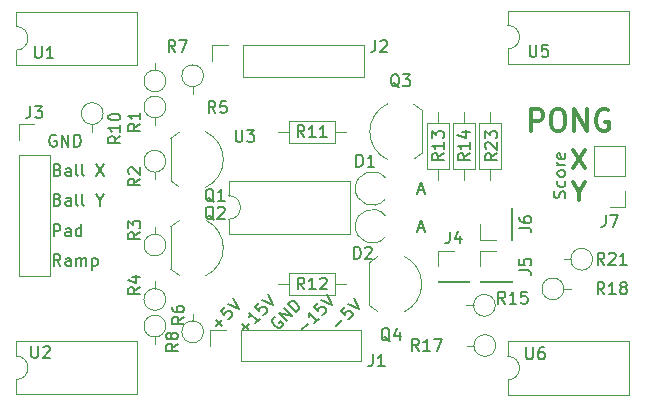
<source format=gbr>
G04 #@! TF.GenerationSoftware,KiCad,Pcbnew,(5.1.5)-3*
G04 #@! TF.CreationDate,2020-04-20T16:34:36+02:00*
G04 #@! TF.ProjectId,goal_detector,676f616c-5f64-4657-9465-63746f722e6b,rev?*
G04 #@! TF.SameCoordinates,PX101dfa0PY12b1280*
G04 #@! TF.FileFunction,Legend,Top*
G04 #@! TF.FilePolarity,Positive*
%FSLAX46Y46*%
G04 Gerber Fmt 4.6, Leading zero omitted, Abs format (unit mm)*
G04 Created by KiCad (PCBNEW (5.1.5)-3) date 2020-04-20 16:34:36*
%MOMM*%
%LPD*%
G04 APERTURE LIST*
%ADD10C,0.150000*%
%ADD11C,0.350000*%
%ADD12C,0.300000*%
%ADD13C,0.120000*%
G04 APERTURE END LIST*
D10*
X46704761Y-13504761D02*
X46752380Y-13361904D01*
X46752380Y-13123809D01*
X46704761Y-13028571D01*
X46657142Y-12980952D01*
X46561904Y-12933333D01*
X46466666Y-12933333D01*
X46371428Y-12980952D01*
X46323809Y-13028571D01*
X46276190Y-13123809D01*
X46228571Y-13314285D01*
X46180952Y-13409523D01*
X46133333Y-13457142D01*
X46038095Y-13504761D01*
X45942857Y-13504761D01*
X45847619Y-13457142D01*
X45800000Y-13409523D01*
X45752380Y-13314285D01*
X45752380Y-13076190D01*
X45800000Y-12933333D01*
X46704761Y-12076190D02*
X46752380Y-12171428D01*
X46752380Y-12361904D01*
X46704761Y-12457142D01*
X46657142Y-12504761D01*
X46561904Y-12552380D01*
X46276190Y-12552380D01*
X46180952Y-12504761D01*
X46133333Y-12457142D01*
X46085714Y-12361904D01*
X46085714Y-12171428D01*
X46133333Y-12076190D01*
X46752380Y-11504761D02*
X46704761Y-11600000D01*
X46657142Y-11647619D01*
X46561904Y-11695238D01*
X46276190Y-11695238D01*
X46180952Y-11647619D01*
X46133333Y-11600000D01*
X46085714Y-11504761D01*
X46085714Y-11361904D01*
X46133333Y-11266666D01*
X46180952Y-11219047D01*
X46276190Y-11171428D01*
X46561904Y-11171428D01*
X46657142Y-11219047D01*
X46704761Y-11266666D01*
X46752380Y-11361904D01*
X46752380Y-11504761D01*
X46752380Y-10742857D02*
X46085714Y-10742857D01*
X46276190Y-10742857D02*
X46180952Y-10695238D01*
X46133333Y-10647619D01*
X46085714Y-10552380D01*
X46085714Y-10457142D01*
X46704761Y-9742857D02*
X46752380Y-9838095D01*
X46752380Y-10028571D01*
X46704761Y-10123809D01*
X46609523Y-10171428D01*
X46228571Y-10171428D01*
X46133333Y-10123809D01*
X46085714Y-10028571D01*
X46085714Y-9838095D01*
X46133333Y-9742857D01*
X46228571Y-9695238D01*
X46323809Y-9695238D01*
X46419047Y-10171428D01*
D11*
X43842857Y-7814285D02*
X43842857Y-6014285D01*
X44528571Y-6014285D01*
X44700000Y-6100000D01*
X44785714Y-6185714D01*
X44871428Y-6357142D01*
X44871428Y-6614285D01*
X44785714Y-6785714D01*
X44700000Y-6871428D01*
X44528571Y-6957142D01*
X43842857Y-6957142D01*
X45985714Y-6014285D02*
X46328571Y-6014285D01*
X46500000Y-6100000D01*
X46671428Y-6271428D01*
X46757142Y-6614285D01*
X46757142Y-7214285D01*
X46671428Y-7557142D01*
X46500000Y-7728571D01*
X46328571Y-7814285D01*
X45985714Y-7814285D01*
X45814285Y-7728571D01*
X45642857Y-7557142D01*
X45557142Y-7214285D01*
X45557142Y-6614285D01*
X45642857Y-6271428D01*
X45814285Y-6100000D01*
X45985714Y-6014285D01*
X47528571Y-7814285D02*
X47528571Y-6014285D01*
X48557142Y-7814285D01*
X48557142Y-6014285D01*
X50357142Y-6100000D02*
X50185714Y-6014285D01*
X49928571Y-6014285D01*
X49671428Y-6100000D01*
X49500000Y-6271428D01*
X49414285Y-6442857D01*
X49328571Y-6785714D01*
X49328571Y-7042857D01*
X49414285Y-7385714D01*
X49500000Y-7557142D01*
X49671428Y-7728571D01*
X49928571Y-7814285D01*
X50100000Y-7814285D01*
X50357142Y-7728571D01*
X50442857Y-7642857D01*
X50442857Y-7042857D01*
X50100000Y-7042857D01*
D10*
X4007023Y-19252380D02*
X3673690Y-18776190D01*
X3435595Y-19252380D02*
X3435595Y-18252380D01*
X3816547Y-18252380D01*
X3911785Y-18300000D01*
X3959404Y-18347619D01*
X4007023Y-18442857D01*
X4007023Y-18585714D01*
X3959404Y-18680952D01*
X3911785Y-18728571D01*
X3816547Y-18776190D01*
X3435595Y-18776190D01*
X4864166Y-19252380D02*
X4864166Y-18728571D01*
X4816547Y-18633333D01*
X4721309Y-18585714D01*
X4530833Y-18585714D01*
X4435595Y-18633333D01*
X4864166Y-19204761D02*
X4768928Y-19252380D01*
X4530833Y-19252380D01*
X4435595Y-19204761D01*
X4387976Y-19109523D01*
X4387976Y-19014285D01*
X4435595Y-18919047D01*
X4530833Y-18871428D01*
X4768928Y-18871428D01*
X4864166Y-18823809D01*
X5340357Y-19252380D02*
X5340357Y-18585714D01*
X5340357Y-18680952D02*
X5387976Y-18633333D01*
X5483214Y-18585714D01*
X5626071Y-18585714D01*
X5721309Y-18633333D01*
X5768928Y-18728571D01*
X5768928Y-19252380D01*
X5768928Y-18728571D02*
X5816547Y-18633333D01*
X5911785Y-18585714D01*
X6054642Y-18585714D01*
X6149880Y-18633333D01*
X6197500Y-18728571D01*
X6197500Y-19252380D01*
X6673690Y-18585714D02*
X6673690Y-19585714D01*
X6673690Y-18633333D02*
X6768928Y-18585714D01*
X6959404Y-18585714D01*
X7054642Y-18633333D01*
X7102261Y-18680952D01*
X7149880Y-18776190D01*
X7149880Y-19061904D01*
X7102261Y-19157142D01*
X7054642Y-19204761D01*
X6959404Y-19252380D01*
X6768928Y-19252380D01*
X6673690Y-19204761D01*
X3435595Y-16752380D02*
X3435595Y-15752380D01*
X3816547Y-15752380D01*
X3911785Y-15800000D01*
X3959404Y-15847619D01*
X4007023Y-15942857D01*
X4007023Y-16085714D01*
X3959404Y-16180952D01*
X3911785Y-16228571D01*
X3816547Y-16276190D01*
X3435595Y-16276190D01*
X4864166Y-16752380D02*
X4864166Y-16228571D01*
X4816547Y-16133333D01*
X4721309Y-16085714D01*
X4530833Y-16085714D01*
X4435595Y-16133333D01*
X4864166Y-16704761D02*
X4768928Y-16752380D01*
X4530833Y-16752380D01*
X4435595Y-16704761D01*
X4387976Y-16609523D01*
X4387976Y-16514285D01*
X4435595Y-16419047D01*
X4530833Y-16371428D01*
X4768928Y-16371428D01*
X4864166Y-16323809D01*
X5768928Y-16752380D02*
X5768928Y-15752380D01*
X5768928Y-16704761D02*
X5673690Y-16752380D01*
X5483214Y-16752380D01*
X5387976Y-16704761D01*
X5340357Y-16657142D01*
X5292738Y-16561904D01*
X5292738Y-16276190D01*
X5340357Y-16180952D01*
X5387976Y-16133333D01*
X5483214Y-16085714D01*
X5673690Y-16085714D01*
X5768928Y-16133333D01*
X3768928Y-13628571D02*
X3911785Y-13676190D01*
X3959404Y-13723809D01*
X4007023Y-13819047D01*
X4007023Y-13961904D01*
X3959404Y-14057142D01*
X3911785Y-14104761D01*
X3816547Y-14152380D01*
X3435595Y-14152380D01*
X3435595Y-13152380D01*
X3768928Y-13152380D01*
X3864166Y-13200000D01*
X3911785Y-13247619D01*
X3959404Y-13342857D01*
X3959404Y-13438095D01*
X3911785Y-13533333D01*
X3864166Y-13580952D01*
X3768928Y-13628571D01*
X3435595Y-13628571D01*
X4864166Y-14152380D02*
X4864166Y-13628571D01*
X4816547Y-13533333D01*
X4721309Y-13485714D01*
X4530833Y-13485714D01*
X4435595Y-13533333D01*
X4864166Y-14104761D02*
X4768928Y-14152380D01*
X4530833Y-14152380D01*
X4435595Y-14104761D01*
X4387976Y-14009523D01*
X4387976Y-13914285D01*
X4435595Y-13819047D01*
X4530833Y-13771428D01*
X4768928Y-13771428D01*
X4864166Y-13723809D01*
X5483214Y-14152380D02*
X5387976Y-14104761D01*
X5340357Y-14009523D01*
X5340357Y-13152380D01*
X6007023Y-14152380D02*
X5911785Y-14104761D01*
X5864166Y-14009523D01*
X5864166Y-13152380D01*
X7340357Y-13676190D02*
X7340357Y-14152380D01*
X7007023Y-13152380D02*
X7340357Y-13676190D01*
X7673690Y-13152380D01*
X3768928Y-11128571D02*
X3911785Y-11176190D01*
X3959404Y-11223809D01*
X4007023Y-11319047D01*
X4007023Y-11461904D01*
X3959404Y-11557142D01*
X3911785Y-11604761D01*
X3816547Y-11652380D01*
X3435595Y-11652380D01*
X3435595Y-10652380D01*
X3768928Y-10652380D01*
X3864166Y-10700000D01*
X3911785Y-10747619D01*
X3959404Y-10842857D01*
X3959404Y-10938095D01*
X3911785Y-11033333D01*
X3864166Y-11080952D01*
X3768928Y-11128571D01*
X3435595Y-11128571D01*
X4864166Y-11652380D02*
X4864166Y-11128571D01*
X4816547Y-11033333D01*
X4721309Y-10985714D01*
X4530833Y-10985714D01*
X4435595Y-11033333D01*
X4864166Y-11604761D02*
X4768928Y-11652380D01*
X4530833Y-11652380D01*
X4435595Y-11604761D01*
X4387976Y-11509523D01*
X4387976Y-11414285D01*
X4435595Y-11319047D01*
X4530833Y-11271428D01*
X4768928Y-11271428D01*
X4864166Y-11223809D01*
X5483214Y-11652380D02*
X5387976Y-11604761D01*
X5340357Y-11509523D01*
X5340357Y-10652380D01*
X6007023Y-11652380D02*
X5911785Y-11604761D01*
X5864166Y-11509523D01*
X5864166Y-10652380D01*
X7054642Y-10652380D02*
X7721309Y-11652380D01*
X7721309Y-10652380D02*
X7054642Y-11652380D01*
X3638095Y-8200000D02*
X3542857Y-8152380D01*
X3400000Y-8152380D01*
X3257142Y-8200000D01*
X3161904Y-8295238D01*
X3114285Y-8390476D01*
X3066666Y-8580952D01*
X3066666Y-8723809D01*
X3114285Y-8914285D01*
X3161904Y-9009523D01*
X3257142Y-9104761D01*
X3400000Y-9152380D01*
X3495238Y-9152380D01*
X3638095Y-9104761D01*
X3685714Y-9057142D01*
X3685714Y-8723809D01*
X3495238Y-8723809D01*
X4114285Y-9152380D02*
X4114285Y-8152380D01*
X4685714Y-9152380D01*
X4685714Y-8152380D01*
X5161904Y-9152380D02*
X5161904Y-8152380D01*
X5400000Y-8152380D01*
X5542857Y-8200000D01*
X5638095Y-8295238D01*
X5685714Y-8390476D01*
X5733333Y-8580952D01*
X5733333Y-8723809D01*
X5685714Y-8914285D01*
X5638095Y-9009523D01*
X5542857Y-9104761D01*
X5400000Y-9152380D01*
X5161904Y-9152380D01*
X22207698Y-23585194D02*
X22106683Y-23618866D01*
X22005668Y-23719881D01*
X21938324Y-23854568D01*
X21938324Y-23989255D01*
X21971996Y-24090270D01*
X22073011Y-24258629D01*
X22174026Y-24359644D01*
X22342385Y-24460660D01*
X22443400Y-24494331D01*
X22578087Y-24494331D01*
X22712774Y-24426988D01*
X22780118Y-24359644D01*
X22847461Y-24224957D01*
X22847461Y-24157614D01*
X22611759Y-23921912D01*
X22477072Y-24056599D01*
X23217851Y-23921912D02*
X22510744Y-23214805D01*
X23621912Y-23517851D01*
X22914805Y-22810744D01*
X23958629Y-23181133D02*
X23251522Y-22474026D01*
X23419881Y-22305668D01*
X23554568Y-22238324D01*
X23689255Y-22238324D01*
X23790270Y-22271996D01*
X23958629Y-22373011D01*
X24059644Y-22474026D01*
X24160660Y-22642385D01*
X24194331Y-22743400D01*
X24194331Y-22878087D01*
X24126988Y-23012774D01*
X23958629Y-23181133D01*
X27341370Y-24359644D02*
X27880118Y-23820896D01*
X28115820Y-22709729D02*
X27779103Y-23046446D01*
X28082148Y-23416835D01*
X28082148Y-23349492D01*
X28115820Y-23248477D01*
X28284179Y-23080118D01*
X28385194Y-23046446D01*
X28452538Y-23046446D01*
X28553553Y-23080118D01*
X28721912Y-23248477D01*
X28755583Y-23349492D01*
X28755583Y-23416835D01*
X28721912Y-23517851D01*
X28553553Y-23686209D01*
X28452538Y-23719881D01*
X28385194Y-23719881D01*
X28351522Y-22474026D02*
X29294331Y-22945431D01*
X28822927Y-22002622D01*
X24404652Y-24696362D02*
X24943400Y-24157614D01*
X25919881Y-23719881D02*
X25515820Y-24123942D01*
X25717851Y-23921912D02*
X25010744Y-23214805D01*
X25044416Y-23383164D01*
X25044416Y-23517851D01*
X25010744Y-23618866D01*
X25852538Y-22373011D02*
X25515820Y-22709729D01*
X25818866Y-23080118D01*
X25818866Y-23012774D01*
X25852538Y-22911759D01*
X26020896Y-22743400D01*
X26121912Y-22709729D01*
X26189255Y-22709729D01*
X26290270Y-22743400D01*
X26458629Y-22911759D01*
X26492301Y-23012774D01*
X26492301Y-23080118D01*
X26458629Y-23181133D01*
X26290270Y-23349492D01*
X26189255Y-23383164D01*
X26121912Y-23383164D01*
X26088240Y-22137309D02*
X27031049Y-22608713D01*
X26559644Y-21665904D01*
X19404652Y-24696362D02*
X19943400Y-24157614D01*
X19943400Y-24696362D02*
X19404652Y-24157614D01*
X20919881Y-23719881D02*
X20515820Y-24123942D01*
X20717851Y-23921912D02*
X20010744Y-23214805D01*
X20044416Y-23383164D01*
X20044416Y-23517851D01*
X20010744Y-23618866D01*
X20852538Y-22373011D02*
X20515820Y-22709729D01*
X20818866Y-23080118D01*
X20818866Y-23012774D01*
X20852538Y-22911759D01*
X21020896Y-22743400D01*
X21121912Y-22709729D01*
X21189255Y-22709729D01*
X21290270Y-22743400D01*
X21458629Y-22911759D01*
X21492301Y-23012774D01*
X21492301Y-23080118D01*
X21458629Y-23181133D01*
X21290270Y-23349492D01*
X21189255Y-23383164D01*
X21121912Y-23383164D01*
X21088240Y-22137309D02*
X22031049Y-22608713D01*
X21559644Y-21665904D01*
X17141370Y-24359644D02*
X17680118Y-23820896D01*
X17680118Y-24359644D02*
X17141370Y-23820896D01*
X17915820Y-22709729D02*
X17579103Y-23046446D01*
X17882148Y-23416835D01*
X17882148Y-23349492D01*
X17915820Y-23248477D01*
X18084179Y-23080118D01*
X18185194Y-23046446D01*
X18252538Y-23046446D01*
X18353553Y-23080118D01*
X18521912Y-23248477D01*
X18555583Y-23349492D01*
X18555583Y-23416835D01*
X18521912Y-23517851D01*
X18353553Y-23686209D01*
X18252538Y-23719881D01*
X18185194Y-23719881D01*
X18151522Y-22474026D02*
X19094331Y-22945431D01*
X18622927Y-22002622D01*
D12*
X47900000Y-12964285D02*
X47900000Y-13678571D01*
X47400000Y-12178571D02*
X47900000Y-12964285D01*
X48400000Y-12178571D01*
X47400000Y-9478571D02*
X48400000Y-10978571D01*
X48400000Y-9478571D02*
X47400000Y-10978571D01*
D13*
X51830000Y-14270000D02*
X50500000Y-14270000D01*
X51830000Y-12940000D02*
X51830000Y-14270000D01*
X51830000Y-11670000D02*
X49170000Y-11670000D01*
X49170000Y-11670000D02*
X49170000Y-9070000D01*
X51830000Y-11670000D02*
X51830000Y-9070000D01*
X51830000Y-9070000D02*
X49170000Y-9070000D01*
X18250000Y-12060000D02*
X18250000Y-13310000D01*
X28530000Y-12060000D02*
X18250000Y-12060000D01*
X28530000Y-16560000D02*
X28530000Y-12060000D01*
X18250000Y-16560000D02*
X28530000Y-16560000D01*
X18250000Y-15310000D02*
X18250000Y-16560000D01*
X18250000Y-13310000D02*
G75*
G02X18250000Y-15310000I0J-1000000D01*
G01*
X47220000Y-18700000D02*
X46600000Y-18700000D01*
X49060000Y-18700000D02*
G75*
G03X49060000Y-18700000I-920000J0D01*
G01*
X39020000Y-26000000D02*
X38400000Y-26000000D01*
X40860000Y-26000000D02*
G75*
G03X40860000Y-26000000I-920000J0D01*
G01*
X38980000Y-22600000D02*
X38360000Y-22600000D01*
X40820000Y-22600000D02*
G75*
G03X40820000Y-22600000I-920000J0D01*
G01*
X40400000Y-11980000D02*
X40400000Y-11030000D01*
X40400000Y-6240000D02*
X40400000Y-7190000D01*
X41320000Y-11030000D02*
X41320000Y-7190000D01*
X39480000Y-11030000D02*
X41320000Y-11030000D01*
X39480000Y-7190000D02*
X39480000Y-11030000D01*
X41320000Y-7190000D02*
X39480000Y-7190000D01*
X6700000Y-7280000D02*
X6700000Y-7900000D01*
X7620000Y-6360000D02*
G75*
G03X7620000Y-6360000I-920000J0D01*
G01*
X12000000Y-25280000D02*
X12000000Y-25900000D01*
X12920000Y-24360000D02*
G75*
G03X12920000Y-24360000I-920000J0D01*
G01*
X12000000Y-2680000D02*
X12000000Y-2060000D01*
X12920000Y-3600000D02*
G75*
G03X12920000Y-3600000I-920000J0D01*
G01*
X46620000Y-21200000D02*
X47240000Y-21200000D01*
X46620000Y-21200000D02*
G75*
G03X46620000Y-21200000I-920000J0D01*
G01*
X39570000Y-17970000D02*
X40900000Y-17970000D01*
X39570000Y-19300000D02*
X39570000Y-17970000D01*
X39570000Y-20570000D02*
X42230000Y-20570000D01*
X42230000Y-20570000D02*
X42230000Y-20630000D01*
X39570000Y-20570000D02*
X39570000Y-20630000D01*
X39570000Y-20630000D02*
X42230000Y-20630000D01*
X31453850Y-16868866D02*
G75*
G02X31513239Y-15000000I-1053850J968866D01*
G01*
X31453850Y-13668866D02*
G75*
G02X31513239Y-11800000I-1053850J968866D01*
G01*
X15200000Y-23920000D02*
X15200000Y-23300000D01*
X16120000Y-24840000D02*
G75*
G03X16120000Y-24840000I-920000J0D01*
G01*
X15200000Y-4080000D02*
X15200000Y-4700000D01*
X16120000Y-3160000D02*
G75*
G03X16120000Y-3160000I-920000J0D01*
G01*
X12000000Y-21180000D02*
X12000000Y-20560000D01*
X12920000Y-22100000D02*
G75*
G03X12920000Y-22100000I-920000J0D01*
G01*
X12000000Y-16580000D02*
X12000000Y-15960000D01*
X12920000Y-17500000D02*
G75*
G03X12920000Y-17500000I-920000J0D01*
G01*
X12000000Y-11320000D02*
X12000000Y-11940000D01*
X12920000Y-10400000D02*
G75*
G03X12920000Y-10400000I-920000J0D01*
G01*
X12000000Y-6720000D02*
X12000000Y-7340000D01*
X12920000Y-5800000D02*
G75*
G03X12920000Y-5800000I-920000J0D01*
G01*
X41870000Y-25660000D02*
X41870000Y-26910000D01*
X52150000Y-25660000D02*
X41870000Y-25660000D01*
X52150000Y-30160000D02*
X52150000Y-25660000D01*
X41870000Y-30160000D02*
X52150000Y-30160000D01*
X41870000Y-28910000D02*
X41870000Y-30160000D01*
X41870000Y-26910000D02*
G75*
G02X41870000Y-28910000I0J-1000000D01*
G01*
X250000Y-25640000D02*
X250000Y-26890000D01*
X10530000Y-25640000D02*
X250000Y-25640000D01*
X10530000Y-30140000D02*
X10530000Y-25640000D01*
X250000Y-30140000D02*
X10530000Y-30140000D01*
X250000Y-28890000D02*
X250000Y-30140000D01*
X250000Y-26890000D02*
G75*
G02X250000Y-28890000I0J-1000000D01*
G01*
X41870000Y2360000D02*
X41870000Y1110000D01*
X52150000Y2360000D02*
X41870000Y2360000D01*
X52150000Y-2140000D02*
X52150000Y2360000D01*
X41870000Y-2140000D02*
X52150000Y-2140000D01*
X41870000Y-890000D02*
X41870000Y-2140000D01*
X41870000Y1110000D02*
G75*
G02X41870000Y-890000I0J-1000000D01*
G01*
X250000Y2260000D02*
X250000Y1010000D01*
X10530000Y2260000D02*
X250000Y2260000D01*
X10530000Y-2240000D02*
X10530000Y2260000D01*
X250000Y-2240000D02*
X10530000Y-2240000D01*
X250000Y-990000D02*
X250000Y-2240000D01*
X250000Y1010000D02*
G75*
G02X250000Y-990000I0J-1000000D01*
G01*
X38200000Y-11980000D02*
X38200000Y-11030000D01*
X38200000Y-6240000D02*
X38200000Y-7190000D01*
X39120000Y-11030000D02*
X39120000Y-7190000D01*
X37280000Y-11030000D02*
X39120000Y-11030000D01*
X37280000Y-7190000D02*
X37280000Y-11030000D01*
X39120000Y-7190000D02*
X37280000Y-7190000D01*
X36000000Y-11980000D02*
X36000000Y-11030000D01*
X36000000Y-6240000D02*
X36000000Y-7190000D01*
X36920000Y-11030000D02*
X36920000Y-7190000D01*
X35080000Y-11030000D02*
X36920000Y-11030000D01*
X35080000Y-7190000D02*
X35080000Y-11030000D01*
X36920000Y-7190000D02*
X35080000Y-7190000D01*
X22440000Y-20800000D02*
X23390000Y-20800000D01*
X28180000Y-20800000D02*
X27230000Y-20800000D01*
X23390000Y-21720000D02*
X27230000Y-21720000D01*
X23390000Y-19880000D02*
X23390000Y-21720000D01*
X27230000Y-19880000D02*
X23390000Y-19880000D01*
X27230000Y-21720000D02*
X27230000Y-19880000D01*
X22440000Y-7900000D02*
X23390000Y-7900000D01*
X28180000Y-7900000D02*
X27230000Y-7900000D01*
X23390000Y-8820000D02*
X27230000Y-8820000D01*
X23390000Y-6980000D02*
X23390000Y-8820000D01*
X27230000Y-6980000D02*
X23390000Y-6980000D01*
X27230000Y-8820000D02*
X27230000Y-6980000D01*
X30877205Y-23124184D02*
G75*
G02X30150000Y-22600000I1122795J2324184D01*
G01*
X33098807Y-23156400D02*
G75*
G03X34600000Y-20800000I-1098807J2356400D01*
G01*
X33098807Y-18443600D02*
G75*
G02X34600000Y-20800000I-1098807J-2356400D01*
G01*
X30877205Y-18475816D02*
G75*
G03X30150000Y-19000000I1122795J-2324184D01*
G01*
X30150000Y-19000000D02*
X30150000Y-22600000D01*
X33922795Y-5575816D02*
G75*
G02X34650000Y-6100000I-1122795J-2324184D01*
G01*
X31701193Y-5543600D02*
G75*
G03X30200000Y-7900000I1098807J-2356400D01*
G01*
X31701193Y-10256400D02*
G75*
G02X30200000Y-7900000I1098807J2356400D01*
G01*
X33922795Y-10224184D02*
G75*
G03X34650000Y-9700000I-1122795J2324184D01*
G01*
X34650000Y-9700000D02*
X34650000Y-6100000D01*
X14077205Y-20064184D02*
G75*
G02X13350000Y-19540000I1122795J2324184D01*
G01*
X16298807Y-20096400D02*
G75*
G03X17800000Y-17740000I-1098807J2356400D01*
G01*
X16298807Y-15383600D02*
G75*
G02X17800000Y-17740000I-1098807J-2356400D01*
G01*
X14077205Y-15415816D02*
G75*
G03X13350000Y-15940000I1122795J-2324184D01*
G01*
X13350000Y-15940000D02*
X13350000Y-19540000D01*
X14077205Y-12584184D02*
G75*
G02X13350000Y-12060000I1122795J2324184D01*
G01*
X16298807Y-12616400D02*
G75*
G03X17800000Y-10260000I-1098807J2356400D01*
G01*
X16298807Y-7903600D02*
G75*
G02X17800000Y-10260000I-1098807J-2356400D01*
G01*
X14077205Y-7935816D02*
G75*
G03X13350000Y-8460000I1122795J-2324184D01*
G01*
X13350000Y-8460000D02*
X13350000Y-12060000D01*
X39570000Y-17030000D02*
X39570000Y-15700000D01*
X40900000Y-17030000D02*
X39570000Y-17030000D01*
X42170000Y-17030000D02*
X42170000Y-14370000D01*
X42170000Y-14370000D02*
X42230000Y-14370000D01*
X42170000Y-17030000D02*
X42230000Y-17030000D01*
X42230000Y-17030000D02*
X42230000Y-14370000D01*
X35970000Y-17970000D02*
X37300000Y-17970000D01*
X35970000Y-19300000D02*
X35970000Y-17970000D01*
X35970000Y-20570000D02*
X38630000Y-20570000D01*
X38630000Y-20570000D02*
X38630000Y-20630000D01*
X35970000Y-20570000D02*
X35970000Y-20630000D01*
X35970000Y-20630000D02*
X38630000Y-20630000D01*
X470000Y-7270000D02*
X1800000Y-7270000D01*
X470000Y-8600000D02*
X470000Y-7270000D01*
X470000Y-9870000D02*
X3130000Y-9870000D01*
X3130000Y-9870000D02*
X3130000Y-20090000D01*
X470000Y-9870000D02*
X470000Y-20090000D01*
X470000Y-20090000D02*
X3130000Y-20090000D01*
X16870000Y-1900000D02*
X16870000Y-570000D01*
X16870000Y-570000D02*
X18200000Y-570000D01*
X19470000Y-570000D02*
X29690000Y-570000D01*
X29690000Y-3230000D02*
X29690000Y-570000D01*
X19470000Y-3230000D02*
X29690000Y-3230000D01*
X19470000Y-3230000D02*
X19470000Y-570000D01*
X16670000Y-26000000D02*
X16670000Y-24670000D01*
X16670000Y-24670000D02*
X18000000Y-24670000D01*
X19270000Y-24670000D02*
X29490000Y-24670000D01*
X29490000Y-27330000D02*
X29490000Y-24670000D01*
X19270000Y-27330000D02*
X29490000Y-27330000D01*
X19270000Y-27330000D02*
X19270000Y-24670000D01*
D10*
X50166666Y-14952380D02*
X50166666Y-15666666D01*
X50119047Y-15809523D01*
X50023809Y-15904761D01*
X49880952Y-15952380D01*
X49785714Y-15952380D01*
X50547619Y-14952380D02*
X51214285Y-14952380D01*
X50785714Y-15952380D01*
X18838095Y-7752380D02*
X18838095Y-8561904D01*
X18885714Y-8657142D01*
X18933333Y-8704761D01*
X19028571Y-8752380D01*
X19219047Y-8752380D01*
X19314285Y-8704761D01*
X19361904Y-8657142D01*
X19409523Y-8561904D01*
X19409523Y-7752380D01*
X19790476Y-7752380D02*
X20409523Y-7752380D01*
X20076190Y-8133333D01*
X20219047Y-8133333D01*
X20314285Y-8180952D01*
X20361904Y-8228571D01*
X20409523Y-8323809D01*
X20409523Y-8561904D01*
X20361904Y-8657142D01*
X20314285Y-8704761D01*
X20219047Y-8752380D01*
X19933333Y-8752380D01*
X19838095Y-8704761D01*
X19790476Y-8657142D01*
X50057142Y-21652380D02*
X49723809Y-21176190D01*
X49485714Y-21652380D02*
X49485714Y-20652380D01*
X49866666Y-20652380D01*
X49961904Y-20700000D01*
X50009523Y-20747619D01*
X50057142Y-20842857D01*
X50057142Y-20985714D01*
X50009523Y-21080952D01*
X49961904Y-21128571D01*
X49866666Y-21176190D01*
X49485714Y-21176190D01*
X51009523Y-21652380D02*
X50438095Y-21652380D01*
X50723809Y-21652380D02*
X50723809Y-20652380D01*
X50628571Y-20795238D01*
X50533333Y-20890476D01*
X50438095Y-20938095D01*
X51580952Y-21080952D02*
X51485714Y-21033333D01*
X51438095Y-20985714D01*
X51390476Y-20890476D01*
X51390476Y-20842857D01*
X51438095Y-20747619D01*
X51485714Y-20700000D01*
X51580952Y-20652380D01*
X51771428Y-20652380D01*
X51866666Y-20700000D01*
X51914285Y-20747619D01*
X51961904Y-20842857D01*
X51961904Y-20890476D01*
X51914285Y-20985714D01*
X51866666Y-21033333D01*
X51771428Y-21080952D01*
X51580952Y-21080952D01*
X51485714Y-21128571D01*
X51438095Y-21176190D01*
X51390476Y-21271428D01*
X51390476Y-21461904D01*
X51438095Y-21557142D01*
X51485714Y-21604761D01*
X51580952Y-21652380D01*
X51771428Y-21652380D01*
X51866666Y-21604761D01*
X51914285Y-21557142D01*
X51961904Y-21461904D01*
X51961904Y-21271428D01*
X51914285Y-21176190D01*
X51866666Y-21128571D01*
X51771428Y-21080952D01*
X34357142Y-26452380D02*
X34023809Y-25976190D01*
X33785714Y-26452380D02*
X33785714Y-25452380D01*
X34166666Y-25452380D01*
X34261904Y-25500000D01*
X34309523Y-25547619D01*
X34357142Y-25642857D01*
X34357142Y-25785714D01*
X34309523Y-25880952D01*
X34261904Y-25928571D01*
X34166666Y-25976190D01*
X33785714Y-25976190D01*
X35309523Y-26452380D02*
X34738095Y-26452380D01*
X35023809Y-26452380D02*
X35023809Y-25452380D01*
X34928571Y-25595238D01*
X34833333Y-25690476D01*
X34738095Y-25738095D01*
X35642857Y-25452380D02*
X36309523Y-25452380D01*
X35880952Y-26452380D01*
X41657142Y-22452380D02*
X41323809Y-21976190D01*
X41085714Y-22452380D02*
X41085714Y-21452380D01*
X41466666Y-21452380D01*
X41561904Y-21500000D01*
X41609523Y-21547619D01*
X41657142Y-21642857D01*
X41657142Y-21785714D01*
X41609523Y-21880952D01*
X41561904Y-21928571D01*
X41466666Y-21976190D01*
X41085714Y-21976190D01*
X42609523Y-22452380D02*
X42038095Y-22452380D01*
X42323809Y-22452380D02*
X42323809Y-21452380D01*
X42228571Y-21595238D01*
X42133333Y-21690476D01*
X42038095Y-21738095D01*
X43514285Y-21452380D02*
X43038095Y-21452380D01*
X42990476Y-21928571D01*
X43038095Y-21880952D01*
X43133333Y-21833333D01*
X43371428Y-21833333D01*
X43466666Y-21880952D01*
X43514285Y-21928571D01*
X43561904Y-22023809D01*
X43561904Y-22261904D01*
X43514285Y-22357142D01*
X43466666Y-22404761D01*
X43371428Y-22452380D01*
X43133333Y-22452380D01*
X43038095Y-22404761D01*
X42990476Y-22357142D01*
X40952380Y-9742857D02*
X40476190Y-10076190D01*
X40952380Y-10314285D02*
X39952380Y-10314285D01*
X39952380Y-9933333D01*
X40000000Y-9838095D01*
X40047619Y-9790476D01*
X40142857Y-9742857D01*
X40285714Y-9742857D01*
X40380952Y-9790476D01*
X40428571Y-9838095D01*
X40476190Y-9933333D01*
X40476190Y-10314285D01*
X40047619Y-9361904D02*
X40000000Y-9314285D01*
X39952380Y-9219047D01*
X39952380Y-8980952D01*
X40000000Y-8885714D01*
X40047619Y-8838095D01*
X40142857Y-8790476D01*
X40238095Y-8790476D01*
X40380952Y-8838095D01*
X40952380Y-9409523D01*
X40952380Y-8790476D01*
X39952380Y-8457142D02*
X39952380Y-7838095D01*
X40333333Y-8171428D01*
X40333333Y-8028571D01*
X40380952Y-7933333D01*
X40428571Y-7885714D01*
X40523809Y-7838095D01*
X40761904Y-7838095D01*
X40857142Y-7885714D01*
X40904761Y-7933333D01*
X40952380Y-8028571D01*
X40952380Y-8314285D01*
X40904761Y-8409523D01*
X40857142Y-8457142D01*
X9072380Y-8272857D02*
X8596190Y-8606190D01*
X9072380Y-8844285D02*
X8072380Y-8844285D01*
X8072380Y-8463333D01*
X8120000Y-8368095D01*
X8167619Y-8320476D01*
X8262857Y-8272857D01*
X8405714Y-8272857D01*
X8500952Y-8320476D01*
X8548571Y-8368095D01*
X8596190Y-8463333D01*
X8596190Y-8844285D01*
X9072380Y-7320476D02*
X9072380Y-7891904D01*
X9072380Y-7606190D02*
X8072380Y-7606190D01*
X8215238Y-7701428D01*
X8310476Y-7796666D01*
X8358095Y-7891904D01*
X8072380Y-6701428D02*
X8072380Y-6606190D01*
X8120000Y-6510952D01*
X8167619Y-6463333D01*
X8262857Y-6415714D01*
X8453333Y-6368095D01*
X8691428Y-6368095D01*
X8881904Y-6415714D01*
X8977142Y-6463333D01*
X9024761Y-6510952D01*
X9072380Y-6606190D01*
X9072380Y-6701428D01*
X9024761Y-6796666D01*
X8977142Y-6844285D01*
X8881904Y-6891904D01*
X8691428Y-6939523D01*
X8453333Y-6939523D01*
X8262857Y-6891904D01*
X8167619Y-6844285D01*
X8120000Y-6796666D01*
X8072380Y-6701428D01*
X13952380Y-25866666D02*
X13476190Y-26200000D01*
X13952380Y-26438095D02*
X12952380Y-26438095D01*
X12952380Y-26057142D01*
X13000000Y-25961904D01*
X13047619Y-25914285D01*
X13142857Y-25866666D01*
X13285714Y-25866666D01*
X13380952Y-25914285D01*
X13428571Y-25961904D01*
X13476190Y-26057142D01*
X13476190Y-26438095D01*
X13380952Y-25295238D02*
X13333333Y-25390476D01*
X13285714Y-25438095D01*
X13190476Y-25485714D01*
X13142857Y-25485714D01*
X13047619Y-25438095D01*
X13000000Y-25390476D01*
X12952380Y-25295238D01*
X12952380Y-25104761D01*
X13000000Y-25009523D01*
X13047619Y-24961904D01*
X13142857Y-24914285D01*
X13190476Y-24914285D01*
X13285714Y-24961904D01*
X13333333Y-25009523D01*
X13380952Y-25104761D01*
X13380952Y-25295238D01*
X13428571Y-25390476D01*
X13476190Y-25438095D01*
X13571428Y-25485714D01*
X13761904Y-25485714D01*
X13857142Y-25438095D01*
X13904761Y-25390476D01*
X13952380Y-25295238D01*
X13952380Y-25104761D01*
X13904761Y-25009523D01*
X13857142Y-24961904D01*
X13761904Y-24914285D01*
X13571428Y-24914285D01*
X13476190Y-24961904D01*
X13428571Y-25009523D01*
X13380952Y-25104761D01*
X13733333Y-1152380D02*
X13400000Y-676190D01*
X13161904Y-1152380D02*
X13161904Y-152380D01*
X13542857Y-152380D01*
X13638095Y-200000D01*
X13685714Y-247619D01*
X13733333Y-342857D01*
X13733333Y-485714D01*
X13685714Y-580952D01*
X13638095Y-628571D01*
X13542857Y-676190D01*
X13161904Y-676190D01*
X14066666Y-152380D02*
X14733333Y-152380D01*
X14304761Y-1152380D01*
X50057142Y-19152380D02*
X49723809Y-18676190D01*
X49485714Y-19152380D02*
X49485714Y-18152380D01*
X49866666Y-18152380D01*
X49961904Y-18200000D01*
X50009523Y-18247619D01*
X50057142Y-18342857D01*
X50057142Y-18485714D01*
X50009523Y-18580952D01*
X49961904Y-18628571D01*
X49866666Y-18676190D01*
X49485714Y-18676190D01*
X50438095Y-18247619D02*
X50485714Y-18200000D01*
X50580952Y-18152380D01*
X50819047Y-18152380D01*
X50914285Y-18200000D01*
X50961904Y-18247619D01*
X51009523Y-18342857D01*
X51009523Y-18438095D01*
X50961904Y-18580952D01*
X50390476Y-19152380D01*
X51009523Y-19152380D01*
X51961904Y-19152380D02*
X51390476Y-19152380D01*
X51676190Y-19152380D02*
X51676190Y-18152380D01*
X51580952Y-18295238D01*
X51485714Y-18390476D01*
X51390476Y-18438095D01*
X42852380Y-19633333D02*
X43566666Y-19633333D01*
X43709523Y-19680952D01*
X43804761Y-19776190D01*
X43852380Y-19919047D01*
X43852380Y-20014285D01*
X42852380Y-18680952D02*
X42852380Y-19157142D01*
X43328571Y-19204761D01*
X43280952Y-19157142D01*
X43233333Y-19061904D01*
X43233333Y-18823809D01*
X43280952Y-18728571D01*
X43328571Y-18680952D01*
X43423809Y-18633333D01*
X43661904Y-18633333D01*
X43757142Y-18680952D01*
X43804761Y-18728571D01*
X43852380Y-18823809D01*
X43852380Y-19061904D01*
X43804761Y-19157142D01*
X43757142Y-19204761D01*
X28861904Y-18652380D02*
X28861904Y-17652380D01*
X29100000Y-17652380D01*
X29242857Y-17700000D01*
X29338095Y-17795238D01*
X29385714Y-17890476D01*
X29433333Y-18080952D01*
X29433333Y-18223809D01*
X29385714Y-18414285D01*
X29338095Y-18509523D01*
X29242857Y-18604761D01*
X29100000Y-18652380D01*
X28861904Y-18652380D01*
X29814285Y-17747619D02*
X29861904Y-17700000D01*
X29957142Y-17652380D01*
X30195238Y-17652380D01*
X30290476Y-17700000D01*
X30338095Y-17747619D01*
X30385714Y-17842857D01*
X30385714Y-17938095D01*
X30338095Y-18080952D01*
X29766666Y-18652380D01*
X30385714Y-18652380D01*
X34261904Y-16066666D02*
X34738095Y-16066666D01*
X34166666Y-16352380D02*
X34500000Y-15352380D01*
X34833333Y-16352380D01*
X29061904Y-10852380D02*
X29061904Y-9852380D01*
X29300000Y-9852380D01*
X29442857Y-9900000D01*
X29538095Y-9995238D01*
X29585714Y-10090476D01*
X29633333Y-10280952D01*
X29633333Y-10423809D01*
X29585714Y-10614285D01*
X29538095Y-10709523D01*
X29442857Y-10804761D01*
X29300000Y-10852380D01*
X29061904Y-10852380D01*
X30585714Y-10852380D02*
X30014285Y-10852380D01*
X30300000Y-10852380D02*
X30300000Y-9852380D01*
X30204761Y-9995238D01*
X30109523Y-10090476D01*
X30014285Y-10138095D01*
X34261904Y-12866666D02*
X34738095Y-12866666D01*
X34166666Y-13152380D02*
X34500000Y-12152380D01*
X34833333Y-13152380D01*
X14452380Y-23566666D02*
X13976190Y-23900000D01*
X14452380Y-24138095D02*
X13452380Y-24138095D01*
X13452380Y-23757142D01*
X13500000Y-23661904D01*
X13547619Y-23614285D01*
X13642857Y-23566666D01*
X13785714Y-23566666D01*
X13880952Y-23614285D01*
X13928571Y-23661904D01*
X13976190Y-23757142D01*
X13976190Y-24138095D01*
X13452380Y-22709523D02*
X13452380Y-22900000D01*
X13500000Y-22995238D01*
X13547619Y-23042857D01*
X13690476Y-23138095D01*
X13880952Y-23185714D01*
X14261904Y-23185714D01*
X14357142Y-23138095D01*
X14404761Y-23090476D01*
X14452380Y-22995238D01*
X14452380Y-22804761D01*
X14404761Y-22709523D01*
X14357142Y-22661904D01*
X14261904Y-22614285D01*
X14023809Y-22614285D01*
X13928571Y-22661904D01*
X13880952Y-22709523D01*
X13833333Y-22804761D01*
X13833333Y-22995238D01*
X13880952Y-23090476D01*
X13928571Y-23138095D01*
X14023809Y-23185714D01*
X17133333Y-6312380D02*
X16800000Y-5836190D01*
X16561904Y-6312380D02*
X16561904Y-5312380D01*
X16942857Y-5312380D01*
X17038095Y-5360000D01*
X17085714Y-5407619D01*
X17133333Y-5502857D01*
X17133333Y-5645714D01*
X17085714Y-5740952D01*
X17038095Y-5788571D01*
X16942857Y-5836190D01*
X16561904Y-5836190D01*
X18038095Y-5312380D02*
X17561904Y-5312380D01*
X17514285Y-5788571D01*
X17561904Y-5740952D01*
X17657142Y-5693333D01*
X17895238Y-5693333D01*
X17990476Y-5740952D01*
X18038095Y-5788571D01*
X18085714Y-5883809D01*
X18085714Y-6121904D01*
X18038095Y-6217142D01*
X17990476Y-6264761D01*
X17895238Y-6312380D01*
X17657142Y-6312380D01*
X17561904Y-6264761D01*
X17514285Y-6217142D01*
X10752380Y-21066666D02*
X10276190Y-21400000D01*
X10752380Y-21638095D02*
X9752380Y-21638095D01*
X9752380Y-21257142D01*
X9800000Y-21161904D01*
X9847619Y-21114285D01*
X9942857Y-21066666D01*
X10085714Y-21066666D01*
X10180952Y-21114285D01*
X10228571Y-21161904D01*
X10276190Y-21257142D01*
X10276190Y-21638095D01*
X10085714Y-20209523D02*
X10752380Y-20209523D01*
X9704761Y-20447619D02*
X10419047Y-20685714D01*
X10419047Y-20066666D01*
X10752380Y-16396666D02*
X10276190Y-16730000D01*
X10752380Y-16968095D02*
X9752380Y-16968095D01*
X9752380Y-16587142D01*
X9800000Y-16491904D01*
X9847619Y-16444285D01*
X9942857Y-16396666D01*
X10085714Y-16396666D01*
X10180952Y-16444285D01*
X10228571Y-16491904D01*
X10276190Y-16587142D01*
X10276190Y-16968095D01*
X9752380Y-16063333D02*
X9752380Y-15444285D01*
X10133333Y-15777619D01*
X10133333Y-15634761D01*
X10180952Y-15539523D01*
X10228571Y-15491904D01*
X10323809Y-15444285D01*
X10561904Y-15444285D01*
X10657142Y-15491904D01*
X10704761Y-15539523D01*
X10752380Y-15634761D01*
X10752380Y-15920476D01*
X10704761Y-16015714D01*
X10657142Y-16063333D01*
X10752380Y-11866666D02*
X10276190Y-12200000D01*
X10752380Y-12438095D02*
X9752380Y-12438095D01*
X9752380Y-12057142D01*
X9800000Y-11961904D01*
X9847619Y-11914285D01*
X9942857Y-11866666D01*
X10085714Y-11866666D01*
X10180952Y-11914285D01*
X10228571Y-11961904D01*
X10276190Y-12057142D01*
X10276190Y-12438095D01*
X9847619Y-11485714D02*
X9800000Y-11438095D01*
X9752380Y-11342857D01*
X9752380Y-11104761D01*
X9800000Y-11009523D01*
X9847619Y-10961904D01*
X9942857Y-10914285D01*
X10038095Y-10914285D01*
X10180952Y-10961904D01*
X10752380Y-11533333D01*
X10752380Y-10914285D01*
X10752380Y-7236666D02*
X10276190Y-7570000D01*
X10752380Y-7808095D02*
X9752380Y-7808095D01*
X9752380Y-7427142D01*
X9800000Y-7331904D01*
X9847619Y-7284285D01*
X9942857Y-7236666D01*
X10085714Y-7236666D01*
X10180952Y-7284285D01*
X10228571Y-7331904D01*
X10276190Y-7427142D01*
X10276190Y-7808095D01*
X10752380Y-6284285D02*
X10752380Y-6855714D01*
X10752380Y-6570000D02*
X9752380Y-6570000D01*
X9895238Y-6665238D01*
X9990476Y-6760476D01*
X10038095Y-6855714D01*
X43438095Y-26152380D02*
X43438095Y-26961904D01*
X43485714Y-27057142D01*
X43533333Y-27104761D01*
X43628571Y-27152380D01*
X43819047Y-27152380D01*
X43914285Y-27104761D01*
X43961904Y-27057142D01*
X44009523Y-26961904D01*
X44009523Y-26152380D01*
X44914285Y-26152380D02*
X44723809Y-26152380D01*
X44628571Y-26200000D01*
X44580952Y-26247619D01*
X44485714Y-26390476D01*
X44438095Y-26580952D01*
X44438095Y-26961904D01*
X44485714Y-27057142D01*
X44533333Y-27104761D01*
X44628571Y-27152380D01*
X44819047Y-27152380D01*
X44914285Y-27104761D01*
X44961904Y-27057142D01*
X45009523Y-26961904D01*
X45009523Y-26723809D01*
X44961904Y-26628571D01*
X44914285Y-26580952D01*
X44819047Y-26533333D01*
X44628571Y-26533333D01*
X44533333Y-26580952D01*
X44485714Y-26628571D01*
X44438095Y-26723809D01*
X1538095Y-26052380D02*
X1538095Y-26861904D01*
X1585714Y-26957142D01*
X1633333Y-27004761D01*
X1728571Y-27052380D01*
X1919047Y-27052380D01*
X2014285Y-27004761D01*
X2061904Y-26957142D01*
X2109523Y-26861904D01*
X2109523Y-26052380D01*
X2538095Y-26147619D02*
X2585714Y-26100000D01*
X2680952Y-26052380D01*
X2919047Y-26052380D01*
X3014285Y-26100000D01*
X3061904Y-26147619D01*
X3109523Y-26242857D01*
X3109523Y-26338095D01*
X3061904Y-26480952D01*
X2490476Y-27052380D01*
X3109523Y-27052380D01*
X43738095Y-552380D02*
X43738095Y-1361904D01*
X43785714Y-1457142D01*
X43833333Y-1504761D01*
X43928571Y-1552380D01*
X44119047Y-1552380D01*
X44214285Y-1504761D01*
X44261904Y-1457142D01*
X44309523Y-1361904D01*
X44309523Y-552380D01*
X45261904Y-552380D02*
X44785714Y-552380D01*
X44738095Y-1028571D01*
X44785714Y-980952D01*
X44880952Y-933333D01*
X45119047Y-933333D01*
X45214285Y-980952D01*
X45261904Y-1028571D01*
X45309523Y-1123809D01*
X45309523Y-1361904D01*
X45261904Y-1457142D01*
X45214285Y-1504761D01*
X45119047Y-1552380D01*
X44880952Y-1552380D01*
X44785714Y-1504761D01*
X44738095Y-1457142D01*
X1838095Y-652380D02*
X1838095Y-1461904D01*
X1885714Y-1557142D01*
X1933333Y-1604761D01*
X2028571Y-1652380D01*
X2219047Y-1652380D01*
X2314285Y-1604761D01*
X2361904Y-1557142D01*
X2409523Y-1461904D01*
X2409523Y-652380D01*
X3409523Y-1652380D02*
X2838095Y-1652380D01*
X3123809Y-1652380D02*
X3123809Y-652380D01*
X3028571Y-795238D01*
X2933333Y-890476D01*
X2838095Y-938095D01*
X38652380Y-9742857D02*
X38176190Y-10076190D01*
X38652380Y-10314285D02*
X37652380Y-10314285D01*
X37652380Y-9933333D01*
X37700000Y-9838095D01*
X37747619Y-9790476D01*
X37842857Y-9742857D01*
X37985714Y-9742857D01*
X38080952Y-9790476D01*
X38128571Y-9838095D01*
X38176190Y-9933333D01*
X38176190Y-10314285D01*
X38652380Y-8790476D02*
X38652380Y-9361904D01*
X38652380Y-9076190D02*
X37652380Y-9076190D01*
X37795238Y-9171428D01*
X37890476Y-9266666D01*
X37938095Y-9361904D01*
X37985714Y-7933333D02*
X38652380Y-7933333D01*
X37604761Y-8171428D02*
X38319047Y-8409523D01*
X38319047Y-7790476D01*
X36452380Y-9742857D02*
X35976190Y-10076190D01*
X36452380Y-10314285D02*
X35452380Y-10314285D01*
X35452380Y-9933333D01*
X35500000Y-9838095D01*
X35547619Y-9790476D01*
X35642857Y-9742857D01*
X35785714Y-9742857D01*
X35880952Y-9790476D01*
X35928571Y-9838095D01*
X35976190Y-9933333D01*
X35976190Y-10314285D01*
X36452380Y-8790476D02*
X36452380Y-9361904D01*
X36452380Y-9076190D02*
X35452380Y-9076190D01*
X35595238Y-9171428D01*
X35690476Y-9266666D01*
X35738095Y-9361904D01*
X35452380Y-8457142D02*
X35452380Y-7838095D01*
X35833333Y-8171428D01*
X35833333Y-8028571D01*
X35880952Y-7933333D01*
X35928571Y-7885714D01*
X36023809Y-7838095D01*
X36261904Y-7838095D01*
X36357142Y-7885714D01*
X36404761Y-7933333D01*
X36452380Y-8028571D01*
X36452380Y-8314285D01*
X36404761Y-8409523D01*
X36357142Y-8457142D01*
X24657142Y-21252380D02*
X24323809Y-20776190D01*
X24085714Y-21252380D02*
X24085714Y-20252380D01*
X24466666Y-20252380D01*
X24561904Y-20300000D01*
X24609523Y-20347619D01*
X24657142Y-20442857D01*
X24657142Y-20585714D01*
X24609523Y-20680952D01*
X24561904Y-20728571D01*
X24466666Y-20776190D01*
X24085714Y-20776190D01*
X25609523Y-21252380D02*
X25038095Y-21252380D01*
X25323809Y-21252380D02*
X25323809Y-20252380D01*
X25228571Y-20395238D01*
X25133333Y-20490476D01*
X25038095Y-20538095D01*
X25990476Y-20347619D02*
X26038095Y-20300000D01*
X26133333Y-20252380D01*
X26371428Y-20252380D01*
X26466666Y-20300000D01*
X26514285Y-20347619D01*
X26561904Y-20442857D01*
X26561904Y-20538095D01*
X26514285Y-20680952D01*
X25942857Y-21252380D01*
X26561904Y-21252380D01*
X24657142Y-8352380D02*
X24323809Y-7876190D01*
X24085714Y-8352380D02*
X24085714Y-7352380D01*
X24466666Y-7352380D01*
X24561904Y-7400000D01*
X24609523Y-7447619D01*
X24657142Y-7542857D01*
X24657142Y-7685714D01*
X24609523Y-7780952D01*
X24561904Y-7828571D01*
X24466666Y-7876190D01*
X24085714Y-7876190D01*
X25609523Y-8352380D02*
X25038095Y-8352380D01*
X25323809Y-8352380D02*
X25323809Y-7352380D01*
X25228571Y-7495238D01*
X25133333Y-7590476D01*
X25038095Y-7638095D01*
X26561904Y-8352380D02*
X25990476Y-8352380D01*
X26276190Y-8352380D02*
X26276190Y-7352380D01*
X26180952Y-7495238D01*
X26085714Y-7590476D01*
X25990476Y-7638095D01*
X31904761Y-25647619D02*
X31809523Y-25600000D01*
X31714285Y-25504761D01*
X31571428Y-25361904D01*
X31476190Y-25314285D01*
X31380952Y-25314285D01*
X31428571Y-25552380D02*
X31333333Y-25504761D01*
X31238095Y-25409523D01*
X31190476Y-25219047D01*
X31190476Y-24885714D01*
X31238095Y-24695238D01*
X31333333Y-24600000D01*
X31428571Y-24552380D01*
X31619047Y-24552380D01*
X31714285Y-24600000D01*
X31809523Y-24695238D01*
X31857142Y-24885714D01*
X31857142Y-25219047D01*
X31809523Y-25409523D01*
X31714285Y-25504761D01*
X31619047Y-25552380D01*
X31428571Y-25552380D01*
X32714285Y-24885714D02*
X32714285Y-25552380D01*
X32476190Y-24504761D02*
X32238095Y-25219047D01*
X32857142Y-25219047D01*
X32704761Y-4147619D02*
X32609523Y-4100000D01*
X32514285Y-4004761D01*
X32371428Y-3861904D01*
X32276190Y-3814285D01*
X32180952Y-3814285D01*
X32228571Y-4052380D02*
X32133333Y-4004761D01*
X32038095Y-3909523D01*
X31990476Y-3719047D01*
X31990476Y-3385714D01*
X32038095Y-3195238D01*
X32133333Y-3100000D01*
X32228571Y-3052380D01*
X32419047Y-3052380D01*
X32514285Y-3100000D01*
X32609523Y-3195238D01*
X32657142Y-3385714D01*
X32657142Y-3719047D01*
X32609523Y-3909523D01*
X32514285Y-4004761D01*
X32419047Y-4052380D01*
X32228571Y-4052380D01*
X32990476Y-3052380D02*
X33609523Y-3052380D01*
X33276190Y-3433333D01*
X33419047Y-3433333D01*
X33514285Y-3480952D01*
X33561904Y-3528571D01*
X33609523Y-3623809D01*
X33609523Y-3861904D01*
X33561904Y-3957142D01*
X33514285Y-4004761D01*
X33419047Y-4052380D01*
X33133333Y-4052380D01*
X33038095Y-4004761D01*
X32990476Y-3957142D01*
X17004761Y-15347619D02*
X16909523Y-15300000D01*
X16814285Y-15204761D01*
X16671428Y-15061904D01*
X16576190Y-15014285D01*
X16480952Y-15014285D01*
X16528571Y-15252380D02*
X16433333Y-15204761D01*
X16338095Y-15109523D01*
X16290476Y-14919047D01*
X16290476Y-14585714D01*
X16338095Y-14395238D01*
X16433333Y-14300000D01*
X16528571Y-14252380D01*
X16719047Y-14252380D01*
X16814285Y-14300000D01*
X16909523Y-14395238D01*
X16957142Y-14585714D01*
X16957142Y-14919047D01*
X16909523Y-15109523D01*
X16814285Y-15204761D01*
X16719047Y-15252380D01*
X16528571Y-15252380D01*
X17338095Y-14347619D02*
X17385714Y-14300000D01*
X17480952Y-14252380D01*
X17719047Y-14252380D01*
X17814285Y-14300000D01*
X17861904Y-14347619D01*
X17909523Y-14442857D01*
X17909523Y-14538095D01*
X17861904Y-14680952D01*
X17290476Y-15252380D01*
X17909523Y-15252380D01*
X17004761Y-13847619D02*
X16909523Y-13800000D01*
X16814285Y-13704761D01*
X16671428Y-13561904D01*
X16576190Y-13514285D01*
X16480952Y-13514285D01*
X16528571Y-13752380D02*
X16433333Y-13704761D01*
X16338095Y-13609523D01*
X16290476Y-13419047D01*
X16290476Y-13085714D01*
X16338095Y-12895238D01*
X16433333Y-12800000D01*
X16528571Y-12752380D01*
X16719047Y-12752380D01*
X16814285Y-12800000D01*
X16909523Y-12895238D01*
X16957142Y-13085714D01*
X16957142Y-13419047D01*
X16909523Y-13609523D01*
X16814285Y-13704761D01*
X16719047Y-13752380D01*
X16528571Y-13752380D01*
X17909523Y-13752380D02*
X17338095Y-13752380D01*
X17623809Y-13752380D02*
X17623809Y-12752380D01*
X17528571Y-12895238D01*
X17433333Y-12990476D01*
X17338095Y-13038095D01*
X42852380Y-16033333D02*
X43566666Y-16033333D01*
X43709523Y-16080952D01*
X43804761Y-16176190D01*
X43852380Y-16319047D01*
X43852380Y-16414285D01*
X42852380Y-15128571D02*
X42852380Y-15319047D01*
X42900000Y-15414285D01*
X42947619Y-15461904D01*
X43090476Y-15557142D01*
X43280952Y-15604761D01*
X43661904Y-15604761D01*
X43757142Y-15557142D01*
X43804761Y-15509523D01*
X43852380Y-15414285D01*
X43852380Y-15223809D01*
X43804761Y-15128571D01*
X43757142Y-15080952D01*
X43661904Y-15033333D01*
X43423809Y-15033333D01*
X43328571Y-15080952D01*
X43280952Y-15128571D01*
X43233333Y-15223809D01*
X43233333Y-15414285D01*
X43280952Y-15509523D01*
X43328571Y-15557142D01*
X43423809Y-15604761D01*
X36966666Y-16352380D02*
X36966666Y-17066666D01*
X36919047Y-17209523D01*
X36823809Y-17304761D01*
X36680952Y-17352380D01*
X36585714Y-17352380D01*
X37871428Y-16685714D02*
X37871428Y-17352380D01*
X37633333Y-16304761D02*
X37395238Y-17019047D01*
X38014285Y-17019047D01*
X1466666Y-5722380D02*
X1466666Y-6436666D01*
X1419047Y-6579523D01*
X1323809Y-6674761D01*
X1180952Y-6722380D01*
X1085714Y-6722380D01*
X1847619Y-5722380D02*
X2466666Y-5722380D01*
X2133333Y-6103333D01*
X2276190Y-6103333D01*
X2371428Y-6150952D01*
X2419047Y-6198571D01*
X2466666Y-6293809D01*
X2466666Y-6531904D01*
X2419047Y-6627142D01*
X2371428Y-6674761D01*
X2276190Y-6722380D01*
X1990476Y-6722380D01*
X1895238Y-6674761D01*
X1847619Y-6627142D01*
X30666666Y-152380D02*
X30666666Y-866666D01*
X30619047Y-1009523D01*
X30523809Y-1104761D01*
X30380952Y-1152380D01*
X30285714Y-1152380D01*
X31095238Y-247619D02*
X31142857Y-200000D01*
X31238095Y-152380D01*
X31476190Y-152380D01*
X31571428Y-200000D01*
X31619047Y-247619D01*
X31666666Y-342857D01*
X31666666Y-438095D01*
X31619047Y-580952D01*
X31047619Y-1152380D01*
X31666666Y-1152380D01*
X30466666Y-26752380D02*
X30466666Y-27466666D01*
X30419047Y-27609523D01*
X30323809Y-27704761D01*
X30180952Y-27752380D01*
X30085714Y-27752380D01*
X31466666Y-27752380D02*
X30895238Y-27752380D01*
X31180952Y-27752380D02*
X31180952Y-26752380D01*
X31085714Y-26895238D01*
X30990476Y-26990476D01*
X30895238Y-27038095D01*
M02*

</source>
